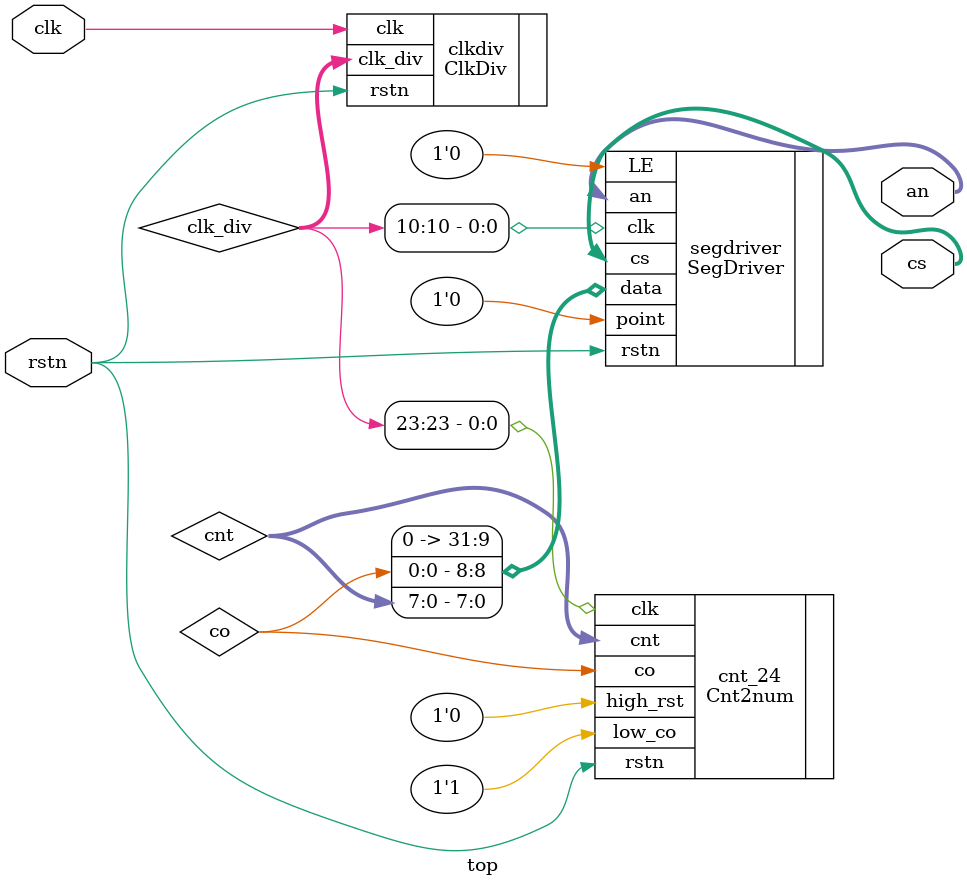
<source format=v>
module top(
  input clk,
  input rstn,
  output [7:0] cs,
  output [7:0] an
);

  wire [31:0] clk_div;
  ClkDiv clkdiv(
    .clk(clk),
    .rstn(rstn),
    .clk_div(clk_div)
  );

  wire [7:0] cnt;
  wire co;
  Cnt2num #(
    .BASE(24),
    .INITIAL(16)
  ) cnt_24 (
    .clk(clk_div[23]),
    .rstn(rstn),
    .high_rst(1'b0),
    .low_co(1'b1),
    .co(co),
    .cnt(cnt)
  );

  SegDriver segdriver(
    .clk(clk_div[10]),
    .rstn(rstn),
    .data({23'b0, co, cnt}),
    .point(1'b0),
    .LE(1'b0),
    .cs(cs),
    .an(an)
  );

endmodule
</source>
